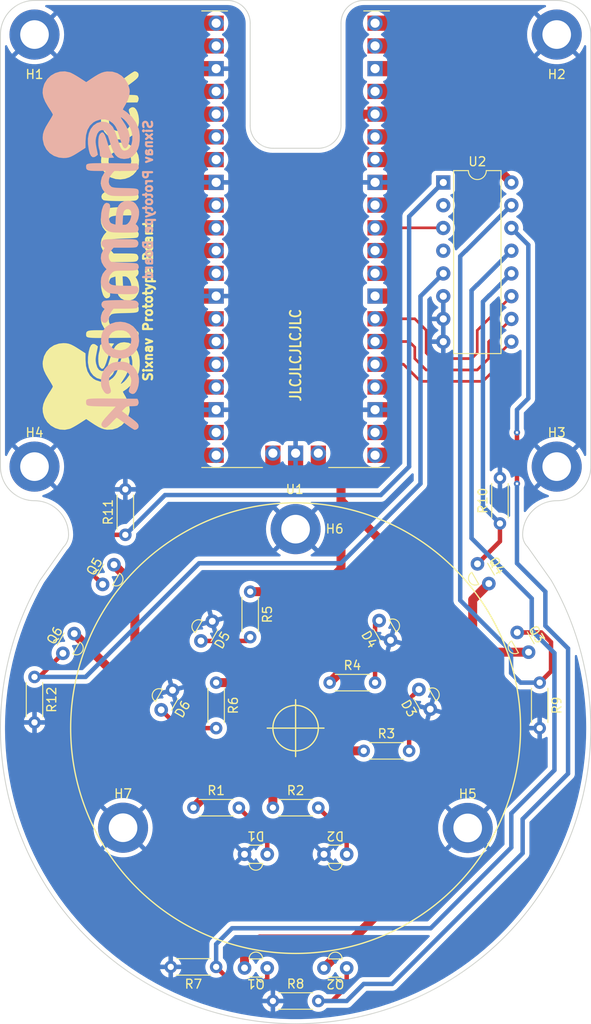
<source format=kicad_pcb>
(kicad_pcb (version 20211014) (generator pcbnew)
  (layers (0 "F.Cu" signal) (31 "B.Cu" power) (34 "B.Paste" user) (35 "F.Paste" user) (36 "B.SilkS" user "B.Silkscreen") (37 "F.SilkS" user "F.Silkscreen") (38 "B.Mask" user) (39 "F.Mask" user) (44 "Edge.Cuts" user))
  (net 0 "")
  (net 1 "GND")
  (net 2 "/D1_A")
  (net 3 "/D2_A")
  (net 4 "/D3_A")
  (net 5 "/D4_A")
  (net 6 "/D5_A")
  (net 7 "/D6_A")
  (net 8 "/MUX_X0_Q1")
  (net 9 "+3.3V")
  (net 10 "/MUX_X1_Q2")
  (net 11 "/MUX_X2_Q3")
  (net 12 "/MUX_X3_Q4")
  (net 13 "/MUX_X4_Q5")
  (net 14 "/MUX_X5_Q6")
  (net 34 "/MUX_C")
  (net 35 "/MUX_B")
  (net 36 "/MUX_A")
  (net 40 "/ADC_IN")
  (footprint "LibSixnavPrototype:IR908-7C-F" (layer "F.Cu") (at 149.046877 114.983035 -60)
    (fp_text reference "D4" (at 1.27 2.032 -60 unlocked) (layer "F.SilkS"))
    (fp_text value "IR908-7C-F")
    (pad "1" thru_hole circle (at 0 0 300) (size 1.524 1.524) (drill 0.762) (layers *.Cu *.Mask) (net 5 "/D4_A"))
    (pad "2" thru_hole circle (at 2.54 0 300) (size 1.524 1.524) (drill 0.762) (layers *.Cu *.Mask) (net 1 "GND"))
  )
  (footprint "LibSixnavPrototype:Raspberry Pi Pico" (layer "F.Cu") (at 139.7 73.66)
    (fp_text reference "U1" (at -0.1 26.67 unlocked) (layer "F.SilkS"))
    (fp_text value "Pico")
    (pad "1" smd rect (at -8.89 -25.4) (size 3.5 1.7) (drill (offset -0.9 0)) (layers "F.Cu" "F.Mask"))
    (pad "1" thru_hole oval (at -8.89 -25.4) (size 1.7 1.7) (drill 1.02) (layers *.Cu *.Mask))
    (pad "2" thru_hole oval (at -8.89 -22.86) (size 1.7 1.7) (drill 1.02) (layers *.Cu *.Mask))
    (pad "2" smd rect (at -8.89 -22.86) (size 3.5 1.7) (drill (offset -0.9 0)) (layers "F.Cu" "F.Mask"))
    (pad "3" smd rect (at -8.89 -20.32) (size 3.5 1.7) (drill (offset -0.9 0)) (layers "F.Cu" "F.Mask") (net 1 "GND"))
    (pad "3" thru_hole rect (at -8.89 -20.32) (size 1.7 1.7) (drill 1.02) (layers *.Cu *.Mask) (net 1 "GND"))
    (pad "4" smd rect (at -8.89 -17.78) (size 3.5 1.7) (drill (offset -0.9 0)) (layers "F.Cu" "F.Mask"))
    (pad "4" thru_hole oval (at -8.89 -17.78) (size 1.7 1.7) (drill 1.02) (layers *.Cu *.Mask))
    (pad "5" thru_hole oval (at -8.89 -15.24) (size 1.7 1.7) (drill 1.02) (layers *.Cu *.Mask))
    (pad "5" smd rect (at -8.89 -15.24) (size 3.5 1.7) (drill (offset -0.9 0)) (layers "F.Cu" "F.Mask"))
    (pad "6" smd rect (at -8.89 -12.7) (size 3.5 1.7) (drill (offset -0.9 0)) (layers "F.Cu" "F.Mask"))
    (pad "6" thru_hole oval (at -8.89 -12.7) (size 1.7 1.7) (drill 1.02) (layers *.Cu *.Mask))
    (pad "7" smd rect (at -8.89 -10.16) (size 3.5 1.7) (drill (offset -0.9 0)) (layers "F.Cu" "F.Mask"))
    (pad "7" thru_hole oval (at -8.89 -10.16) (size 1.7 1.7) (drill 1.02) (layers *.Cu *.Mask))
    (pad "8" thru_hole rect (at -8.89 -7.62) (size 1.7 1.7) (drill 1.02) (layers *.Cu *.Mask) (net 1 "GND"))
    (pad "8" smd rect (at -8.89 -7.62) (size 3.5 1.7) (drill (offset -0.9 0)) (layers "F.Cu" "F.Mask") (net 1 "GND"))
    (pad "9" smd rect (at -8.89 -5.08) (size 3.5 1.7) (drill (offset -0.9 0)) (layers "F.Cu" "F.Mask"))
    (pad "9" thru_hole oval (at -8.89 -5.08) (size 1.7 1.7) (drill 1.02) (layers *.Cu *.Mask))
    (pad "10" smd rect (at -8.89 -2.54) (size 3.5 1.7) (drill (offset -0.9 0)) (layers "F.Cu" "F.Mask"))
    (pad "10" thru_hole oval (at -8.89 -2.54) (size 1.7 1.7) (drill 1.02) (layers *.Cu *.Mask))
    (pad "11" thru_hole oval (at -8.89 0) (size 1.7 1.7) (drill 1.02) (layers *.Cu *.Mask))
    (pad "11" smd rect (at -8.89 0) (size 3.5 1.7) (drill (offset -0.9 0)) (layers "F.Cu" "F.Mask"))
    (pad "12" thru_hole oval (at -8.89 2.54) (size 1.7 1.7) (drill 1.02) (layers *.Cu *.Mask))
    (pad "12" smd rect (at -8.89 2.54) (size 3.5 1.7) (drill (offset -0.9 0)) (layers "F.Cu" "F.Mask"))
    (pad "13" thru_hole rect (at -8.89 5.08) (size 1.7 1.7) (drill 1.02) (layers *.Cu *.Mask) (net 1 "GND"))
    (pad "13" smd rect (at -8.89 5.08) (size 3.5 1.7) (drill (offset -0.9 0)) (layers "F.Cu" "F.Mask") (net 1 "GND"))
    (pad "14" smd rect (at -8.89 7.62) (size 3.5 1.7) (drill (offset -0.9 0)) (layers "F.Cu" "F.Mask"))
    (pad "14" thru_hole oval (at -8.89 7.62) (size 1.7 1.7) (drill 1.02) (layers *.Cu *.Mask))
    (pad "15" smd rect (at -8.89 10.16) (size 3.5 1.7) (drill (offset -0.9 0)) (layers "F.Cu" "F.Mask"))
    (pad "15" thru_hole oval (at -8.89 10.16) (size 1.7 1.7) (drill 1.02) (layers *.Cu *.Mask))
    (pad "16" smd rect (at -8.89 12.7) (size 3.5 1.7) (drill (offset -0.9 0)) (layers "F.Cu" "F.Mask"))
    (pad "16" thru_hole oval (at -8.89 12.7) (size 1.7 1.7) (drill 1.02) (layers *.Cu *.Mask))
    (pad "17" thru_hole oval (at -8.89 15.24) (size 1.7 1.7) (drill 1.02) (layers *.Cu *.Mask))
    (pad "17" smd rect (at -8.89 15.24) (size 3.5 1.7) (drill (offset -0.9 0)) (layers "F.Cu" "F.Mask"))
    (pad "18" thru_hole rect (at -8.89 17.78) (size 1.7 1.7) (drill 1.02) (layers *.Cu *.Mask) (net 1 "GND"))
    (pad "18" smd rect (at -8.89 17.78) (size 3.5 1.7) (drill (offset -0.9 0)) (layers "F.Cu" "F.Mask") (net 1 "GND"))
    (pad "19" thru_hole oval (at -8.89 20.32) (size 1.7 1.7) (drill 1.02) (layers *.Cu *.Mask))
    (pad "19" smd rect (at -8.89 20.32) (size 3.5 1.7) (drill (offset -0.9 0)) (layers "F.Cu" "F.Mask"))
    (pad "20" smd rect (at -8.89 22.86) (size 3.5 1.7) (drill (offset -0.9 0)) (layers "F.Cu" "F.Mask"))
    (pad "20" thru_hole oval (at -8.89 22.86) (size 1.7 1.7) (drill 1.02) (layers *.Cu *.Mask))
    (pad "21" thru_hole oval (at 8.89 22.86) (size 1.7 1.7) (drill 1.02) (layers *.Cu *.Mask))
    (pad "21" smd rect (at 8.89 22.86) (size 3.5 1.7) (drill (offset 0.9 0)) (layers "F.Cu" "F.Mask"))
    (pad "22" thru_hole oval (at 8.89 20.32) (size 1.7 1.7) (drill 1.02) (layers *.Cu *.Mask))
    (pad "22" smd rect (at 8.89 20.32) (size 3.5 1.7) (drill (offset 0.9 0)) (layers "F.Cu" "F.Mask"))
    (pad "23" smd rect (at 8.89 17.78) (size 3.5 1.7) (drill (offset 0.9 0)) (layers "F.Cu" "F.Mask") (net 1 "GND"))
    (pad "23" thru_hole rect (at 8.89 17.78) (size 1.7 1.7) (drill 1.02) (layers *.Cu *.Mask) (net 1 "GND"))
    (pad "24" thru_hole oval (at 8.89 15.24) (size 1.7 1.7) (drill 1.02) (layers *.Cu *.Mask))
    (pad "24" smd rect (at 8.89 15.24) (size 3.5 1.7) (drill (offset 0.9 0)) (layers "F.Cu" "F.Mask"))
    (pad "25" smd rect (at 8.89 12.7) (size 3.5 1.7) (drill (offset 0.9 0)) (layers "F.Cu" "F.Mask") (net 34 "/MUX_C"))
    (pad "25" thru_hole oval (at 8.89 12.7) (size 1.7 1.7) (drill 1.02) (layers *.Cu *.Mask) (net 34 "/MUX_C"))
    (pad "26" thru_hole oval (at 8.89 10.16) (size 1.7 1.7) (drill 1.02) (layers *.Cu *.Mask) (net 35 "/MUX_B"))
    (pad "26" smd rect (at 8.89 10.16) (size 3.5 1.7) (drill (offset 0.9 0)) (layers "F.Cu" "F.Mask") (net 35 "/MUX_B"))
    (pad "27" smd rect (at 8.89 7.62) (size 3.5 1.7) (drill (offset 0.9 0)) (layers "F.Cu" "F.Mask") (net 36 "/MUX_A"))
    (pad "27" thru_hole oval (at 8.89 7.62) (size 1.7 1.7) (drill 1.02) (layers *.Cu *.Mask) (net 36 "/MUX_A"))
    (pad "28" thru_hole rect (at 8.89 5.08) (size 1.7 1.7) (drill 1.02) (layers *.Cu *.Mask))
    (pad "28" smd rect (at 8.89 5.08) (size 3.5 1.7) (drill (offset 0.9 0)) (layers "F.Cu" "F.Mask"))
    (pad "29" smd rect (at 8.89 2.54) (size 3.5 1.7) (drill (offset 0.9 0)) (layers "F.Cu" "F.Mask"))
    (pad "29" thru_hole oval (at 8.89 2.54) (size 1.7 1.7) (drill 1.02) (layers *.Cu *.Mask))
    (pad "30" smd rect (at 8.89 0) (size 3.5 1.7) (drill (offset 0.9 0)) (layers "F.Cu" "F.Mask"))
    (pad "30" thru_hole oval (at 8.89 0) (size 1.7 1.7) (drill 1.02) (layers *.Cu *.Mask))
    (pad "31" thru_hole oval (at 8.89 -2.54) (size 1.7 1.7) (drill 1.02) (layers *.Cu *.Mask) (net 40 "/ADC_IN"))
    (pad "31" smd rect (at 8.89 -2.54) (size 3.5 1.7) (drill (offset 0.9 0)) (layers "F.Cu" "F.Mask") (net 40 "/ADC_IN"))
    (pad "32" smd rect (at 8.89 -5.08) (size 3.5 1.7) (drill (offset 0.9 0)) (layers "F.Cu" "F.Mask"))
    (pad "32" thru_hole oval (at 8.89 -5.08) (size 1.7 1.7) (drill 1.02) (layers *.Cu *.Mask))
    (pad "33" smd rect (at 8.89 -7.62) (size 3.5 1.7) (drill (offset 0.9 0)) (layers "F.Cu" "F.Mask") (net 1 "GND"))
    (pad "33" thru_hole rect (at 8.89 -7.62) (size 1.7 1.7) (drill 1.02) (layers *.Cu *.Mask) (net 1 "GND"))
    (pad "34" thru_hole oval (at 8.89 -10.16) (size 1.7 1.7) (drill 1.02) (layers *.Cu *.Mask))
    (pad "34" smd rect (at 8.89 -10.16) (size 3.5 1.7) (drill (offset 0.9 0)) (layers "F.Cu" "F.Mask"))
    (pad "35" thru_hole oval (at 8.89 -12.7) (size 1.7 1.7) (drill 1.02) (layers *.Cu *.Mask))
    (pad "35" smd rect (at 8.89 -12.7) (size 3.5 1.7) (drill (offset 0.9 0)) (layers "F.Cu" "F.Mask"))
    (pad "36" thru_hole oval (at 8.89 -15.24) (size 1.7 1.7) (drill 1.02) (layers *.Cu *.Mask) (net 9 "+3.3V"))
    (pad "36" smd rect (at 8.89 -15.24) (size 3.5 1.7) (drill (offset 0.9 0)) (layers "F.Cu" "F.Mask") (net 9 "+3.3V"))
    (pad "37" thru_hole oval (at 8.89 -17.78) (size 1.7 1.7) (drill 1.02) (layers *.Cu *.Mask))
    (pad "37" smd rect (at 8.89 -17.78) (size 3.5 1.7) (drill (offset 0.9 0)) (layers "F.Cu" "F.Mask"))
    (pad "38" thru_hole rect (at 8.89 -20.32) (size 1.7 1.7) (drill 1.02) (layers *.Cu *.Mask))
    (pad "38" smd rect (at 8.89 -20.32) (size 3.5 1.7) (drill (offset 0.9 0)) (layers "F.Cu" "F.Mask"))
    (pad "39" smd rect (at 8.89 -22.86) (size 3.5 1.7) (drill (offset 0.9 0)) (layers "F.Cu" "F.Mask"))
    (pad "39" thru_hole oval (at 8.89 -22.86) (size 1.7 1.7) (drill 1.02) (layers *.Cu *.Mask))
    (pad "40" smd rect (at 8.89 -25.4) (size 3.5 1.7) (drill (offset 0.9 0)) (layers "F.Cu" "F.Mask"))
    (pad "40" thru_hole oval (at 8.89 -25.4) (size 1.7 1.7) (drill 1.02) (layers *.Cu *.Mask))
    (pad "41" thru_hole oval (at -2.54 22.63) (size 1.7 1.7) (drill 1.02) (layers *.Cu *.Mask))
    (pad "41" smd rect (at -2.54 22.63 90) (size 3.5 1.7) (drill (offset -0.9 0)) (layers "F.Cu" "F.Mask"))
    (pad "42" thru_hole rect (at 0 22.63) (size 1.7 1.7) (drill 1.02) (layers *.Cu *.Mask) (net 1 "GND"))
    (pad "42" smd rect (at 0 22.63 90) (size 3.5 1.7) (drill (offset -0.9 0)) (layers "F.Cu" "F.Mask") (net 1 "GND"))
    (pad "43" smd rect (at 2.54 22.63 90) (size 3.5 1.7) (drill (offset -0.9 0)) (layers "F.Cu" "F.Mask"))
    (pad "43" thru_hole oval (at 2.54 22.63) (size 1.7 1.7) (drill 1.02) (layers *.Cu *.Mask))
  )
  (footprint "MountingHole:MountingHole_3.2mm_M3_DIN965_Pad" (layer "F.Cu") (at 168.91 97.79)
    (fp_text reference "H3" (at 0 -3.8) (layer "F.SilkS"))
    (fp_text value "M3")
    (pad "1" thru_hole circle (at 0 0) (size 5.6 5.6) (drill 3.2) (layers *.Cu *.Mask) (net 1 "GND"))
  )
  (footprint "MountingHole:MountingHole_3.2mm_M3_DIN965_Pad" (layer "F.Cu") (at 110.49 49.53)
    (fp_text reference "H1" (at 0 4.445) (layer "F.SilkS"))
    (fp_text value "M3")
    (pad "1" thru_hole circle (at 0 0) (size 5.6 5.6) (drill 3.2) (layers *.Cu *.Mask) (net 1 "GND"))
  )
  (footprint "MountingHole:MountingHole_3.2mm_M3_DIN965_Pad" (layer "F.Cu") (at 139.7 104.775)
    (fp_text reference "H6" (at 4.3688 -0.0254) (layer "F.SilkS"))
    (fp_text value "M3")
    (pad "1" thru_hole circle (at 0 0) (size 5.6 5.6) (drill 3.2) (layers *.Cu *.Mask) (net 1 "GND"))
  )
  (footprint "LibSixnavPrototype:IR908-7C-F" (layer "F.Cu") (at 124.663523 124.96067 60)
    (fp_text reference "D6" (at 1.27 2.032 60 unlocked) (layer "F.SilkS"))
    (fp_text value "IR908-7C-F")
    (pad "1" thru_hole circle (at 0 0 60) (size 1.524 1.524) (drill 0.762) (layers *.Cu *.Mask) (net 7 "/D6_A"))
    (pad "2" thru_hole circle (at 2.54 0 60) (size 1.524 1.524) (drill 0.762) (layers *.Cu *.Mask) (net 1 "GND"))
  )
  (footprint "LibSixnavPrototype:PT908-7C-F" (layer "F.Cu") (at 118.11 110.9472 60)
    (fp_text reference "Q5" (at 1.27 -1.778 60 unlocked) (layer "F.SilkS"))
    (fp_text value "PT908-7C-F")
    (pad "1" thru_hole circle (at 0 0 60) (size 1.524 1.524) (drill 0.762) (layers *.Cu *.Mask) (net 13 "/MUX_X4_Q5"))
    (pad "2" thru_hole circle (at 2.54 0 60) (size 1.524 1.524) (drill 0.762) (layers *.Cu *.Mask) (net 9 "+3.3V"))
  )
  (footprint "MountingHole:MountingHole_3.2mm_M3_DIN965_Pad" (layer "F.Cu") (at 168.91 49.53)
    (fp_text reference "H2" (at 0 4.445) (layer "F.SilkS"))
    (fp_text value "M3")
    (pad "1" thru_hole circle (at 0 0) (size 5.6 5.6) (drill 3.2) (layers *.Cu *.Mask) (net 1 "GND"))
  )
  (footprint "Resistor_THT:R_Axial_DIN0204_L3.6mm_D1.6mm_P5.08mm_Horizontal" (layer "F.Cu") (at 134.62 111.76 -90)
    (fp_text reference "R5" (at 2.54 -1.92 90) (layer "F.SilkS"))
    (fp_text value "100")
    (pad "1" thru_hole circle (at 0 0 270) (size 1.4 1.4) (drill 0.7) (layers *.Cu *.Mask) (net 9 "+3.3V"))
    (pad "2" thru_hole oval (at 5.08 0 270) (size 1.4 1.4) (drill 0.7) (layers *.Cu *.Mask) (net 6 "/D5_A"))
  )
  (footprint "LibSixnavPrototype:IR908-7C-F" (layer "F.Cu") (at 153.491877 122.682001 -60)
    (fp_text reference "D3" (at 1.27 2.032 -60 unlocked) (layer "F.SilkS"))
    (fp_text value "IR908-7C-F")
    (pad "1" thru_hole circle (at 0 0 300) (size 1.524 1.524) (drill 0.762) (layers *.Cu *.Mask) (net 4 "/D3_A"))
    (pad "2" thru_hole circle (at 2.54 0 300) (size 1.524 1.524) (drill 0.762) (layers *.Cu *.Mask) (net 1 "GND"))
  )
  (footprint "LibSixnavPrototype:PT908-7C-F" (layer "F.Cu") (at 164.4904 116.316695 -60)
    (fp_text reference "Q3" (at 1.27 -1.778 -60 unlocked) (layer "F.SilkS"))
    (fp_text value "PT908-7C-F")
    (pad "1" thru_hole circle (at 0 0 300) (size 1.524 1.524) (drill 0.762) (layers *.Cu *.Mask) (net 11 "/MUX_X2_Q3"))
    (pad "2" thru_hole circle (at 2.54 0 300) (size 1.524 1.524) (drill 0.762) (layers *.Cu *.Mask) (net 9 "+3.3V"))
  )
  (footprint "Resistor_THT:R_Axial_DIN0204_L3.6mm_D1.6mm_P5.08mm_Horizontal" (layer "F.Cu") (at 130.81 121.92 -90)
    (fp_text reference "R6" (at 2.54 -1.92 90) (layer "F.SilkS"))
    (fp_text value "100")
    (pad "1" thru_hole circle (at 0 0 270) (size 1.4 1.4) (drill 0.7) (layers *.Cu *.Mask) (net 9 "+3.3V"))
    (pad "2" thru_hole oval (at 5.08 0 270) (size 1.4 1.4) (drill 0.7) (layers *.Cu *.Mask) (net 7 "/D6_A"))
  )
  (footprint "Resistor_THT:R_Axial_DIN0204_L3.6mm_D1.6mm_P5.08mm_Horizontal" (layer "F.Cu") (at 143.51 121.92)
    (fp_text reference "R4" (at 2.54 -1.92) (layer "F.SilkS"))
    (fp_text value "100")
    (pad "1" thru_hole circle (at 0 0) (size 1.4 1.4) (drill 0.7) (layers *.Cu *.Mask) (net 9 "+3.3V"))
    (pad "2" thru_hole oval (at 5.08 0) (size 1.4 1.4) (drill 0.7) (layers *.Cu *.Mask) (net 5 "/D4_A"))
  )
  (footprint "Resistor_THT:R_Axial_DIN0204_L3.6mm_D1.6mm_P5.08mm_Horizontal" (layer "F.Cu") (at 137.16 135.89)
    (fp_text reference "R2" (at 2.54 -1.92) (layer "F.SilkS"))
    (fp_text value "100")
    (pad "1" thru_hole circle (at 0 0) (size 1.4 1.4) (drill 0.7) (layers *.Cu *.Mask) (net 9 "+3.3V"))
    (pad "2" thru_hole oval (at 5.08 0) (size 1.4 1.4) (drill 0.7) (layers *.Cu *.Mask) (net 3 "/D2_A"))
  )
  (footprint "LibSixnavPrototype:PT908-7C-F" (layer "F.Cu") (at 136.525 153.7902 180)
    (fp_text reference "Q1" (at 1.27 -1.778 180 unlocked) (layer "F.SilkS"))
    (fp_text value "PT908-7C-F")
    (pad "1" thru_hole circle (at 0 0 180) (size 1.524 1.524) (drill 0.762) (layers *.Cu *.Mask) (net 8 "/MUX_X0_Q1"))
    (pad "2" thru_hole circle (at 2.54 0 180) (size 1.524 1.524) (drill 0.762) (layers *.Cu *.Mask) (net 9 "+3.3V"))
  )
  (footprint "Resistor_THT:R_Axial_DIN0204_L3.6mm_D1.6mm_P5.08mm_Horizontal" (layer "F.Cu") (at 147.32 129.54)
    (fp_text reference "R3" (at 2.54 -1.92) (layer "F.SilkS"))
    (fp_text value "100")
    (pad "1" thru_hole circle (at 0 0) (size 1.4 1.4) (drill 0.7) (layers *.Cu *.Mask) (net 9 "+3.3V"))
    (pad "2" thru_hole oval (at 5.08 0) (size 1.4 1.4) (drill 0.7) (layers *.Cu *.Mask) (net 4 "/D3_A"))
  )
  (footprint "Resistor_THT:R_Axial_DIN0204_L3.6mm_D1.6mm_P5.08mm_Horizontal" (layer "F.Cu") (at 142.24 157.48 180)
    (fp_text reference "R8" (at 2.54 1.905) (layer "F.SilkS"))
    (fp_text value "2k")
    (pad "1" thru_hole circle (at 0 0 180) (size 1.4 1.4) (drill 0.7) (layers *.Cu *.Mask) (net 10 "/MUX_X1_Q2"))
    (pad "2" thru_hole oval (at 5.08 0 180) (size 1.4 1.4) (drill 0.7) (layers *.Cu *.Mask) (net 1 "GND"))
  )
  (footprint "Package_DIP:DIP-16_W7.62mm" (layer "F.Cu") (at 156.22 66.055)
    (fp_text reference "U2" (at 3.81 -2.33) (layer "F.SilkS"))
    (fp_text value "CD4051B")
    (pad "1" thru_hole rect (at 0 0) (size 1.6 1.6) (drill 0.8) (layers *.Cu *.Mask) (net 13 "/MUX_X4_Q5"))
    (pad "2" thru_hole oval (at 0 2.54) (size 1.6 1.6) (drill 0.8) (layers *.Cu *.Mask))
    (pad "3" thru_hole oval (at 0 5.08) (size 1.6 1.6) (drill 0.8) (layers *.Cu *.Mask) (net 40 "/ADC_IN"))
    (pad "4" thru_hole oval (at 0 7.62) (size 1.6 1.6) (drill 0.8) (layers *.Cu *.Mask))
    (pad "5" thru_hole oval (at 0 10.16) (size 1.6 1.6) (drill 0.8) (layers *.Cu *.Mask) (net 14 "/MUX_X5_Q6"))
    (pad "6" thru_hole oval (at 0 12.7) (size 1.6 1.6) (drill 0.8) (layers *.Cu *.Mask) (net 1 "GND"))
    (pad "7" thru_hole oval (at 0 15.24) (size 1.6 1.6) (drill 0.8) (layers *.Cu *.Mask) (net 1 "GND"))
    (pad "8" thru_hole oval (at 0 17.78) (size 1.6 1.6) (drill 0.8) (layers *.Cu *.Mask) (net 1 "GND"))
    (pad "9" thru_hole oval (at 7.62 17.78) (size 1.6 1.6) (drill 0.8) (layers *.Cu *.Mask) (net 34 "/MUX_C"))
    (pad "10" thru_hole oval (at 7.62 15.24) (size 1.6 1.6) (drill 0.8) (layers *.Cu *.Mask) (net 35 "/MUX_B"))
    (pad "11" thru_hole oval (at 7.62 12.7) (size 1.6 1.6) (drill 0.8) (layers *.Cu *.Mask) (net 36 "/MUX_A"))
    (pad "12" thru_hole oval (at 7.62 10.16) (size 1.6 1.6) (drill 0.8) (layers *.Cu *.Mask) (net 12 "/MUX_X3_Q4"))
    (pad "13" thru_hole oval (at 7.62 7.62) (size 1.6 1.6) (drill 0.8) (layers *.Cu *.Mask) (net 8 "/MUX_X0_Q1"))
    (pad "14" thru_hole oval (at 7.62 5.08) (size 1.6 1.6) (drill 0.8) (layers *.Cu *.Mask) (net 10 "/MUX_X1_Q2"))
    (pad "15" thru_hole oval (at 7.62 2.54) (size 1.6 1.6) (drill 0.8) (layers *.Cu *.Mask) (net 11 "/MUX_X2_Q3"))
    (pad "16" thru_hole oval (at 7.62 0) (size 1.6 1.6) (drill 0.8) (layers *.Cu *.Mask) (net 9 "+3.3V"))
  )
  (footprint "Resistor_THT:R_Axial_DIN0204_L3.6mm_D1.6mm_P5.08mm_Horizontal" (layer "F.Cu") (at 162.56 104.14 90)
    (fp_text reference "R10" (at 2.54 -1.92 90) (layer "F.SilkS"))
    (fp_text value "2k")
    (pad "1" thru_hole circle (at 0 0 90) (size 1.4 1.4) (drill 0.7) (layers *.Cu *.Mask) (net 12 "/MUX_X3_Q4"))
    (pad "2" thru_hole oval (at 5.08 0 90) (size 1.4 1.4) (drill 0.7) (layers *.Cu *.Mask) (net 1 "GND"))
  )
  (footprint "LibSixnavPrototype:IR908-7C-F" (layer "F.Cu") (at 136.525 141.0902 180)
    (fp_text reference "D1" (at 1.27 2.032 180 unlocked) (layer "F.SilkS"))
    (fp_text value "IR908-7C-F")
    (pad "1" thru_hole circle (at 0 0 180) (size 1.524 1.524) (drill 0.762) (layers *.Cu *.Mask) (net 2 "/D1_A"))
    (pad "2" thru_hole circle (at 2.54 0 180) (size 1.524 1.524) (drill 0.762) (layers *.Cu *.Mask) (net 1 "GND"))
  )
  (footprint "MountingHole:MountingHole_3.2mm_M3_DIN965_Pad" (layer "F.Cu") (at 158.9532 138.1506)
    (fp_text reference "H5" (at 0 -3.8) (layer "F.SilkS"))
    (fp_text value "M3")
    (pad "1" thru_hole circle (at 0 0) (size 5.6 5.6) (drill 3.2) (layers *.Cu *.Mask) (net 1 "GND"))
  )
  (footprint "Resistor_THT:R_Axial_DIN0204_L3.6mm_D1.6mm_P5.08mm_Horizontal" (layer "F.Cu") (at 167.005 121.92 -90)
    (fp_text reference "R9" (at 2.54 -1.92 90) (layer "F.SilkS"))
    (fp_text value "2k")
    (pad "1" thru_hole circle (at 0 0 270) (size 1.4 1.4) (drill 0.7) (layers *.Cu *.Mask) (net 11 "/MUX_X2_Q3"))
    (pad "2" thru_hole oval (at 5.08 0 270) (size 1.4 1.4) (drill 0.7) (layers *.Cu *.Mask) (net 1 "GND"))
  )
  (footprint "LibSixnavPrototype:PT908-7C-F" (layer "F.Cu") (at 113.665 118.6434 60)
    (fp_text reference "Q6" (at 1.27 -1.778 60 unlocked) (layer "F.SilkS"))
    (fp_text value "PT908-7C-F")
    (pad "1" thru_hole circle (at 0 0 60) (size 1.524 1.524) (drill 0.762) (layers *.Cu *.Mask) (net 14 "/MUX_X5_Q6"))
    (pad "2" thru_hole circle (at 2.54 0 60) (size 1.524 1.524) (drill 0.762) (layers *.Cu *.Mask) (net 9 "+3.3V"))
  )
  (footprint "MountingHole:MountingHole_3.2mm_M3_DIN965_Pad" (layer "F.Cu") (at 120.396 138.1252)
    (fp_text reference "H7" (at 0 -3.8) (layer "F.SilkS"))
    (fp_text value "M3")
    (pad "1" thru_hole circle (at 0 0) (size 5.6 5.6) (drill 3.2) (layers *.Cu *.Mask) (net 1 "GND"))
  )
  (footprint "MountingHole:MountingHole_3.2mm_M3_DIN965_Pad" (layer "F.Cu") (at 110.49 97.79)
    (fp_text reference "H4" (at 0 -3.8) (layer "F.SilkS"))
    (fp_text value "M3")
    (pad "1" thru_hole circle (at 0 0) (size 5.6 5.6) (drill 3.2) (layers *.Cu *.Mask) (net 1 "GND"))
  )
  (footprint "LibSixnavPrototype:IR908-7C-F" (layer "F.Cu") (at 145.415 141.0902 180)
    (fp_text reference "D2" (at 1.27 2.032 180 unlocked) (layer "F.SilkS"))
    (fp_text value "IR908-7C-F")
    (pad "1" thru_hole circle (at 0 0 180) (size 1.524 1.524) (drill 0.762) (layers *.Cu *.Mask) (net 3 "/D2_A"))
    (pad "2" thru_hole circle (at 2.54 0 180) (size 1.524 1.524) (drill 0.762) (layers *.Cu *.Mask) (net 1 "GND"))
  )
  (footprint "LibSixnavPrototype:PT908-7C-F" (layer "F.Cu") (at 160.045442 108.653548 -60)
    (fp_text reference "Q4" (at 1.27 -1.778 -60 unlocked) (layer "F.SilkS"))
    (fp_text value "PT908-7C-F")
    (pad "1" thru_hole circle (at 0 0 300) (size 1.524 1.524) (drill 0.762) (layers *.Cu *.Mask) (net 12 "/MUX_X3_Q4"))
    (pad "2" thru_hole circle (at 2.54 0 300) (size 1.524 1.524) (drill 0.762) (layers *.Cu *.Mask) (net 9 "+3.3V"))
  )
  (footprint "LibSixnavPrototype:IR908-7C-F" (layer "F.Cu") (at 129.108523 117.261704 60)
    (fp_text reference "D5" (at 1.27 2.032 60 unlocked) (layer "F.SilkS"))
    (fp_text value "IR908-7C-F")
    (pad "1" thru_hole circle (at 0 0 60) (size 1.524 1.524) (drill 0.762) (layers *.Cu *.Mask) (net 6 "/D5_A"))
    (pad "2" thru_hole circle (at 2.54 0 60) (size 1.524 1.524) (drill 0.762) (layers *.Cu *.Mask) (net 1 "GND"))
  )
  (footprint "Resistor_THT:R_Axial_DIN0204_L3.6mm_D1.6mm_P5.08mm_Horizontal" (layer "F.Cu") (at 120.65 105.41 90)
    (fp_text reference "R11" (at 2.54 -1.92 90) (layer "F.SilkS"))
    (fp_text value "2k")
    (pad "1" thru_hole circle (at 0 0 90) (size 1.4 1.4) (drill 0.7) (layers *.Cu *.Mask) (net 13 "/MUX_X4_Q5"))
    (pad "2" thru_hole oval (at 5.08 0 90) (size 1.4 1.4) (drill 0.7) (layers *.Cu *.Mask) (net 1 "GND"))
  )
  (footprint "LibSixnavPrototype:PT908-7C-F" (layer "F.Cu") (at 145.415 153.797 180)
    (fp_text reference "Q2" (at 1.27 -1.778 180 unlocked) (layer "F.SilkS"))
    (fp_text value "PT908-7C-F")
    (pad "1" thru_hole circle (at 0 0 180) (size 1.524 1.524) (drill 0.762) (layers *.Cu *.Mask) (net 10 "/MUX_X1_Q2"))
    (pad "2" thru_hole circle (at 2.54 0 180) (size 1.524 1.524) (drill 0.762) (layers *.Cu *.Mask) (net 9 "+3.3V"))
  )
  (footprint "Resistor_THT:R_Axial_DIN0204_L3.6mm_D1.6mm_P5.08mm_Horizontal" (layer "F.Cu") (at 128.27 135.89)
    (fp_text reference "R1" (at 2.54 -1.92) (layer "F.SilkS"))
    (fp_text value "100")
    (pad "1" thru_hole circle (at 0 0) (size 1.4 1.4) (drill 0.7) (layers *.Cu *.Mask) (net 9 "+3.3V"))
    (pad "2" thru_hole oval (at 5.08 0) (size 1.4 1.4) (drill 0.7) (layers *.Cu *.Mask) (net 2 "/D1_A"))
  )
  (footprint "Resistor_THT:R_Axial_DIN0204_L3.6mm_D1.6mm_P5.08mm_Horizontal" (layer "F.Cu") (at 130.81 153.67 180)
    (fp_text reference "R7" (at 2.54 -1.92) (layer "F.SilkS"))
    (fp_text value "2k")
    (pad "1" thru_hole circle (at 0 0 180) (size 1.4 1.4) (drill 0.7) (layers *.Cu *.Mask) (net 8 "/MUX_X0_Q1"))
    (pad "2" thru_hole oval (at 5.08 0 180) (size 1.4 1.4) (drill 0.7) (layers *.Cu *.Mask) (net 1 "GND"))
  )
  (footprint "Resistor_THT:R_Axial_DIN0204_L3.6mm_D1.6mm_P5.08mm_Horizontal" (layer "F.Cu") (at 110.49 121.285 -90)
    (fp_text reference "R12" (at 2.54 -1.92 90) (layer "F.SilkS"))
    (fp_text value "2k")
    (pad "1" thru_hole circle (at 0 0 270) (size 1.4 1.4) (drill 0.7) (layers *.Cu *.Mask) (net 14 "/MUX_X5_Q6"))
    (pad "2" thru_hole oval (at 5.08 0 270) (size 1.4 1.4) (drill 0.7) (layers *.Cu *.Mask) (net 1 "GND"))
  )
  (footprint "LOGO" (layer "F.Cu") (at 116.84 73.66 90)
    (fp_text reference "G***" hide)
    (fp_text value "LOGO" hide)
  )
  (footprint "LOGO" (layer "B.Cu") (at 116.84 73.66 -90)
    (fp_text reference "G***" hide)
    (fp_text value "LOGO" hide)
  )
  (gr_circle (center 139.7 127) (end 164.846 125.984) (layer "F.SilkS") (width 0.15) (fill none))
  (gr_line (start 136.525 127) (end 142.875 127) (layer "F.SilkS") (width 0.15))
  (gr_circle (center 139.7 127) (end 142.24 127) (layer "F.SilkS") (width 0.15) (fill none))
  (gr_line (start 139.7 123.825) (end 139.7 130.175) (layer "F.SilkS") (width 0.15))
  (gr_arc (start 165.1 105.41) (mid 166.215923 102.715923) (end 168.91 101.6) (layer "Edge.Cuts") (width 0.1))
  (gr_line (start 142.24 62.23) (end 137.16 62.23) (layer "Edge.Cuts") (width 0.1))
  (gr_line (start 113.742038 106.757038) (end 111.109135 110.480834) (layer "Edge.Cuts") (width 0.1))
  (gr_line (start 106.68 49.53) (end 106.68 97.79) (layer "Edge.Cuts") (width 0.1))
  (gr_arc (start 144.78 48.26) (mid 145.523949 46.463949) (end 147.32 45.72) (layer "Edge.Cuts") (width 0.1))
  (gr_arc (start 137.16 62.23) (mid 135.363949 61.486051) (end 134.62 59.69) (layer "Edge.Cuts") (width 0.1))
  (gr_arc (start 172.72 127) (mid 139.7 160.02) (end 106.68 127) (layer "Edge.Cuts") (width 0.1))
  (gr_arc (start 110.49 101.6) (mid 113.184077 102.715923) (end 114.3 105.41) (layer "Edge.Cuts") (width 0.1))
  (gr_arc (start 172.72 97.79) (mid 171.604077 100.484077) (end 168.91 101.6) (layer "Edge.Cuts") (width 0.1))
  (gr_arc (start 106.68 127) (mid 107.806499 118.448683) (end 111.109135 110.480834) (layer "Edge.Cuts") (width 0.1))
  (gr_arc (start 168.290865 110.480834) (mid 171.592827 118.448864) (end 172.72 127) (layer "Edge.Cuts") (width 0.1))
  (gr_line (start 134.62 59.69) (end 134.62 48.26) (layer "Edge.Cuts") (width 0.1))
  (gr_line (start 132.08 45.72) (end 110.49 45.72) (layer "Edge.Cuts") (width 0.1))
  (gr_line (start 172.72 97.79) (end 172.72 49.53) (layer "Edge.Cuts") (width 0.1))
  (gr_line (start 165.657962 106.757038) (end 168.290865 110.480834) (layer "Edge.Cuts") (width 0.1))
  (gr_line (start 168.91 45.72) (end 147.32 45.72) (layer "Edge.Cuts") (width 0.1))
  (gr_line (start 144.78 48.26) (end 144.78 59.69) (layer "Edge.Cuts") (width 0.1))
  (gr_arc (start 144.78 59.69) (mid 144.036051 61.486051) (end 142.24 62.23) (layer "Edge.Cuts") (width 0.1))
  (gr_arc (start 106.68 49.53) (mid 107.795923 46.835923) (end 110.49 45.72) (layer "Edge.Cuts") (width 0.1))
  (gr_arc (start 165.657962 106.757038) (mid 165.245009 106.139012) (end 165.1 105.41) (layer "Edge.Cuts") (width 0.1))
  (gr_arc (start 132.08 45.72) (mid 133.876051 46.463949) (end 134.62 48.26) (layer "Edge.Cuts") (width 0.1))
  (gr_arc (start 168.91 45.72) (mid 171.604077 46.835923) (end 172.72 49.53) (layer "Edge.Cuts") (width 0.1))
  (gr_arc (start 114.3 105.41) (mid 114.154991 106.139012) (end 113.742038 106.757038) (layer "Edge.Cuts") (width 0.1))
  (gr_arc (start 110.49 101.6) (mid 107.795923 100.484077) (end 106.68 97.79) (layer "Edge.Cuts") (width 0.1))
  (gr_text "Sixnav Prototype Board ${REVISION}" (at 123.19 58.928 90) (layer "B.SilkS") (effects (font (size 1 1) (thickness 0.25)) (justify left mirror)))
  (gr_text "Sixnav Prototype Board ${REVISION}" (at 123.19 88.392 90) (layer "F.SilkS") (effects (font (size 1 1) (thickness 0.25)) (justify left)))
  (gr_text "JLCJLCJLCJLC" (at 139.7 85.344 90) (layer "F.SilkS") (effects (font (size 1.2 1) (thickness 0.2))))
  (segment (start 136.525 139.065) (end 133.35 135.89) (width 0.5) (layer "F.Cu") (net 2))
  (segment (start 136.525 141.0902) (end 136.525 139.065) (width 0.5) (layer "F.Cu") (net 2))
  (segment (start 145.415 141.0902) (end 145.415 139.065) (width 0.5) (layer "F.Cu") (net 3))
  (segment (start 145.415 139.065) (end 142.24 135.89) (width 0.5) (layer "F.Cu") (net 3))
  (segment (start 152.4 129.54) (end 152.4 123.773878) (width 0.5) (layer "F.Cu") (net 4))
  (segment (start 152.4 123.773878) (end 153.491877 122.682001) (width 0.5) (layer "F.Cu") (net 4))
  (segment (start 148.59 115.439912) (end 149.046877 114.983035) (width 0.5) (layer "F.Cu") (net 5))
  (segment (start 148.59 121.92) (end 148.59 115.439912) (width 0.5) (layer "F.Cu") (net 5))
  (segment (start 129.108523 117.261704) (end 134.198296 117.261704) (width 0.5) (layer "F.Cu") (net 6))
  (segment (start 134.198296 117.261704) (end 134.62 116.84) (width 0.5) (layer "F.Cu") (net 6))
  (segment (start 126.702853 127) (end 124.663523 124.96067) (width 0.5) (layer "F.Cu") (net 7))
  (segment (start 130.81 127) (end 126.702853 127) (width 0.5) (layer "F.Cu") (net 7))
  (segment (start 136.525 154.9908) (end 136.525 153.7902) (width 0.5) (layer "F.Cu") (net 8))
  (segment (start 130.81 153.67) (end 132.8928 155.7528) (width 0.5) (layer "F.Cu") (net 8))
  (segment (start 132.8928 155.7528) (end 135.763 155.7528) (width 0.5) (layer "F.Cu") (net 8))
  (segment (start 135.763 155.7528) (end 136.525 154.9908) (width 0.5) (layer "F.Cu") (net 8))
  (segment (start 163.83 136.525) (end 168.656 131.699) (width 0.5) (layer "B.Cu") (net 8))
  (segment (start 160.02 77.495) (end 163.84 73.675) (width 0.5) (layer "B.Cu") (net 8))
  (segment (start 159.385 78.105) (end 159.995 77.495) (width 0.5) (layer "B.Cu") (net 8))
  (segment (start 168.656 118.618) (end 166.116 116.078) (width 0.5) (layer "B.Cu") (net 8))
  (segment (start 130.81 151.13) (end 132.588 149.352) (width 0.5) (layer "B.Cu") (net 8))
  (segment (start 163.83 140.335) (end 163.83 136.525) (width 0.5) (layer "B.Cu") (net 8))
  (segment (start 132.588 149.352) (end 154.813 149.352) (width 0.5) (layer "B.Cu") (net 8))
  (segment (start 159.995 77.495) (end 160.02 77.495) (width 0.5) (layer "B.Cu") (net 8))
  (segment (start 159.385 105.791) (end 159.385 78.105) (width 0.5) (layer "B.Cu") (net 8))
  (segment (start 154.813 149.352) (end 163.83 140.335) (width 0.5) (layer "B.Cu") (net 8))
  (segment (start 166.116 112.522) (end 159.385 105.791) (width 0.5) (layer "B.Cu") (net 8))
  (segment (start 166.116 116.078) (end 166.116 112.522) (width 0.5) (layer "B.Cu") (net 8))
  (segment (start 168.656 131.699) (end 168.656 118.618) (width 0.5) (layer "B.Cu") (net 8))
  (segment (start 130.81 153.67) (end 130.81 151.13) (width 0.5) (layer "B.Cu") (net 8))
  (segment (start 142.24 111.76) (end 134.62 111.76) (width 1) (layer "F.Cu") (net 9))
  (segment (start 137.795 121.92) (end 133.35 121.92) (width 1) (layer "F.Cu") (net 9))
  (segment (start 149.86 106.68) (end 159.9565 116.7765) (width 1) (layer "F.Cu") (net 9))
  (segment (start 144.78 114.935) (end 144.78 120.65) (width 1) (layer "F.Cu") (net 9))
  (segment (start 137.16 127) (end 137.16 125.73) (width 1) (layer "F.Cu") (net 9))
  (segment (start 144.78 101.6) (end 149.86 106.68) (width 1) (layer "F.Cu") (net 9))
  (segment (start 144.78 120.65) (end 143.51 121.92) (width 1) (layer "F.Cu") (net 9))
  (segment (start 136.8425 125.4125) (end 140.97 129.54) (width 1) (layer "F.Cu") (net 9))
  (segment (start 128.27 135.89) (end 131.1275 133.0325) (width 1) (layer "F.Cu") (net 9))
  (segment (start 133.35 121.92) (end 130.81 121.92) (width 1) (layer "F.Cu") (net 9))
  (segment (start 131.1275 133.0325) (end 132.4229 131.7371) (width 1) (layer "F.Cu") (net 9))
  (segment (start 140.97 129.54) (end 147.32 129.54) (width 1) (layer "F.Cu") (net 9))
  (segment (start 146.304 62.484) (end 144.78 64.008) (width 1) (layer "F.Cu") (net 9))
  (segment (start 149.86 138.43) (end 149.86 146.812) (width 1) (layer "F.Cu") (net 9))
  (segment (start 146.304 59.436) (end 146.304 62.484) (width 1) (layer "F.Cu") (net 9))
  (segment (start 140.97 129.54) (end 149.86 138.43) (width 1) (layer "F.Cu") (net 9))
  (segment (start 127.6477 131.7371) (end 121.7168 125.8062) (width 1) (layer "F.Cu") (net 9))
  (segment (start 146.1262 150.5458) (end 142.875 153.797) (width 1) (layer "F.Cu") (net 9))
  (segment (start 137.16 125.73) (end 137.16 135.89) (width 1) (layer "F.Cu") (net 9))
  (segment (start 132.4229 131.7371) (end 127.6477 131.7371) (width 1) (layer "F.Cu") (net 9))
  (segment (start 135.7122 150.5458) (end 133.985 152.273) (width 1) (layer "F.Cu") (net 9))
  (segment (start 121.7168 123.225495) (end 114.935 116.443695) (width 1) (layer "F.Cu") (net 9))
  (segment (start 149.86 146.812) (end 146.1262 150.5458) (width 1) (layer "F.Cu") (net 9))
  (segment (start 146.1262 150.5458) (end 135.7122 150.5458) (width 1) (layer "F.Cu") (net 9))
  (segment (start 144.78 98.425) (end 144.78 99.568) (width 1) (layer "F.Cu") (net 9))
  (segment (start 133.35 121.92) (end 136.8425 125.4125) (width 1) (layer "F.Cu") (net 9))
  (segment (start 136.8425 125.4125) (end 137.16 125.73) (width 1) (layer "F.Cu") (net 9))
  (segment (start 148.59 58.42) (end 156.205 58.42) (width 1) (layer "F.Cu") (net 9))
  (segment (start 133.985 152.273) (end 133.985 153.7902) (width 1) (layer "F.Cu") (net 9))
  (segment (start 159.512 112.656695) (end 161.315442 110.853253) (width 1) (layer "F.Cu") (net 9))
  (segment (start 144.78 98.425) (end 144.78 109.22) (width 1) (layer "F.Cu") (net 9))
  (segment (start 161.6964 118.5164) (end 165.7604 118.5164) (width 1) (layer "F.Cu") (net 9))
  (segment (start 121.7168 125.8062) (end 121.7168 123.7488) (width 1) (layer "F.Cu") (net 9))
  (segment (start 159.512 116.332) (end 159.512 112.656695) (width 1) (layer "F.Cu") (net 9))
  (segment (start 144.78 99.568) (end 144.78 101.6) (width 1) (layer "F.Cu") (net 9))
  (segment (start 147.32 58.42) (end 146.304 59.436) (width 1) (layer "F.Cu") (net 9))
  (segment (start 121.7168 123.7488) (end 121.7168 111.084295) (width 1) (layer "F.Cu") (net 9))
  (segment (start 121.7168 123.7488) (end 121.7168 123.225495) (width 1) (layer "F.Cu") (net 9))
  (segment (start 132.4229 131.7371) (end 137.16 127) (width 1) (layer "F.Cu") (net 9))
  (segment (start 144.78 109.22) (end 144.78 114.935) (width 1) (layer "F.Cu") (net 9))
  (segment (start 159.9565 116.7765) (end 161.6964 118.5164) (width 1) (layer "F.Cu") (net 9))
  (segment (start 148.59 58.42) (end 147.32 58.42) (width 1) (layer "F.Cu") (net 9))
  (segment (start 144.78 109.22) (end 142.24 111.76) (width 1) (layer "F.Cu") (net 9))
  (segment (start 144.78 64.008) (end 144.78 99.568) (width 1) (layer "F.Cu") (net 9))
  (segment (start 121.7168 111.084295) (end 119.38 108.747495) (width 1) (layer "F.Cu") (net 9))
  (segment (start 156.205 58.42) (end 163.84 66.055) (width 1) (layer "F.Cu") (net 9))
  (segment (start 159.9565 116.7765) (end 159.512 116.332) (width 1) (layer "F.Cu") (net 9))
  (segment (start 144.78 114.935) (end 137.795 121.92) (width 1) (layer "F.Cu") (net 9))
  (segment (start 164.465 99.695) (end 164.465 94.615) (width 0.5) (layer "F.Cu") (net 10))
  (segment (start 143.7894 157.48) (end 145.415 155.8544) (width 0.5) (layer "F.Cu") (net 10))
  (segment (start 142.24 157.48) (end 143.7894 157.48) (width 0.5) (layer "F.Cu") (net 10))
  (segment (start 145.415 155.8544) (end 145.415 153.797) (width 0.5) (layer "F.Cu") (net 10))
  (segment (start 164.465 94.615) (end 164.465 93.98) (width 0.5) (layer "F.Cu") (net 10))
  (via (at 164.465 93.98) (size 0.7) (drill 0.3) (layers "F.Cu" "B.Cu") (net 10))
  (via (at 164.465 99.695) (size 0.7) (drill 0.3) (layers "F.Cu" "B.Cu") (net 10))
  (segment (start 142.24 157.48) (end 145.415 157.48) (width 0.5) (layer "B.Cu") (net 10))
  (segment (start 165.1 137.16) (end 170.18 132.08) (width 0.5) (layer "B.Cu") (net 10))
  (segment (start 165.735 90.17) (end 164.465 91.44) (width 0.5) (layer "B.Cu") (net 10))
  (segment (start 145.415 157.48) (end 147.32 155.575) (width 0.5) (layer "B.Cu") (net 10))
  (segment (start 165.735 73.03) (end 165.735 90.17) (width 0.5) (layer "B.Cu") (net 10))
  (segment (start 150.495 155.575) (end 165.1 140.97) (width 0.5) (layer "B.Cu") (net 10))
  (segment (start 170.18 118.11) (end 167.64 115.57) (width 0.5) (layer "B.Cu") (net 10))
  (segment (start 164.465 93.98) (end 164.465 91.44) (width 0.5) (layer "B.Cu") (net 10))
  (segment (start 147.32 155.575) (end 150.495 155.575) (width 0.5) (layer "B.Cu") (net 10))
  (segment (start 163.84 71.135) (end 165.735 73.03) (width 0.5) (layer "B.Cu") (net 10))
  (segment (start 170.18 132.08) (end 170.18 118.11) (width 0.5) (layer "B.Cu") (net 10))
  (segment (start 164.465 108.585) (end 164.465 99.695) (width 0.5) (layer "B.Cu") (net 10))
  (segment (start 167.64 111.76) (end 164.465 108.585) (width 0.5) (layer "B.Cu") (net 10))
  (segment (start 165.1 140.97) (end 165.1 137.16) (width 0.5) (layer "B.Cu") (net 10))
  (segment (start 167.64 115.57) (end 167.64 111.76) (width 0.5) (layer "B.Cu") (net 10))
  (segment (start 168.275 120.65) (end 168.275 117.3988) (width 0.5) (layer "F.Cu") (net 11))
  (segment (start 168.275 117.3988) (end 167.192895 116.316695) (width 0.5) (layer "F.Cu") (net 11))
  (segment (start 167.005 121.92) (end 168.275 120.65) (width 0.5) (layer "F.Cu") (net 11))
  (segment (start 167.192895 116.316695) (end 164.4904 116.316695) (width 0.5) (layer "F.Cu") (net 11))
  (segment (start 158.115 74.295) (end 158.115 112.7252) (width 0.5) (layer "B.Cu") (net 11))
  (segment (start 158.725 73.685) (end 158.115 74.295) (width 0.5) (layer "B.Cu") (net 11))
  (segment (start 163.84 68.595) (end 158.75 73.685) (width 0.5) (layer "B.Cu") (net 11))
  (segment (start 163.8046 118.4148) (end 163.8046 120.8532) (width 0.5) (layer "B.Cu") (net 11))
  (segment (start 158.115 112.7252) (end 163.8046 118.4148) (width 0.5) (layer "B.Cu") (net 11))
  (segment (start 158.75 73.685) (end 158.725 73.685) (width 0.5) (layer "B.Cu") (net 11))
  (segment (start 164.8714 121.92) (end 167.005 121.92) (width 0.5) (layer "B.Cu") (net 11))
  (segment (start 163.8046 120.8532) (end 164.8714 121.92) (width 0.5) (layer "B.Cu") (net 11))
  (segment (start 162.56 106.13899) (end 160.045442 108.653548) (width 0.5) (layer "F.Cu") (net 12))
  (segment (start 162.56 104.14) (end 162.56 106.13899) (width 0.5) (layer "F.Cu") (net 12))
  (segment (start 161.41 78.645) (end 163.84 76.215) (width 0.5) (layer "B.Cu") (net 12))
  (segment (start 161.41 78.645) (end 161.385 78.645) (width 0.5) (layer "B.Cu") (net 12))
  (segment (start 162.56 104.14) (end 160.655 102.235) (width 0.5) (layer "B.Cu") (net 12))
  (segment (start 160.655 102.235) (end 160.655 79.375) (width 0.5) (layer "B.Cu") (net 12))
  (segment (start 161.385 78.645) (end 160.655 79.375) (width 0.5) (layer "B.Cu") (net 12))
  (segment (start 118.1862 105.41) (end 116.205 107.3912) (width 0.5) (layer "F.Cu") (net 13))
  (segment (start 120.65 105.41) (end 118.1862 105.41) (width 0.5) (layer "F.Cu") (net 13))
  (segment (start 116.205 107.3912) (end 116.205 109.0422) (width 0.5) (layer "F.Cu") (net 13))
  (segment (start 116.205 109.0422) (end 118.11 110.9472) (width 0.5) (layer "F.Cu") (net 13))
  (segment (start 125.095 100.965) (end 120.65 105.41) (width 0.5) (layer "B.Cu") (net 13))
  (segment (start 152.4 69.85) (end 152.4 97.79) (width 0.5) (layer "B.Cu") (net 13))
  (segment (start 152.4 97.79) (end 149.225 100.965) (width 0.5) (layer "B.Cu") (net 13))
  (segment (start 156.195 66.055) (end 152.4 69.85) (width 0.5) (layer "B.Cu") (net 13))
  (segment (start 156.22 66.055) (end 156.195 66.055) (width 0.5) (layer "B.Cu") (net 13))
  (segment (start 149.225 100.965) (end 125.095 100.965) (width 0.5) (layer "B.Cu") (net 13))
  (segment (start 111.0234 121.285) (end 113.665 118.6434) (width 0.5) (layer "F.Cu") (net 14))
  (segment (start 110.49 121.285) (end 111.0234 121.285) (width 0.5) (layer "F.Cu") (net 14))
  (segment (start 153.67 78.765) (end 153.67 99.695) (width 0.5) (layer "B.Cu") (net 14))
  (segment (start 128.905 108.585) (end 116.205 121.285) (width 0.5) (layer "B.Cu") (net 14))
  (segment (start 144.78 108.585) (end 128.905 108.585) (width 0.5) (layer "B.Cu") (net 14))
  (segment (start 116.205 121.285) (end 110.49 121.285) (width 0.5) (layer "B.Cu") (net 14))
  (segment (start 156.22 76.215) (end 153.67 78.765) (width 0.5) (layer "B.Cu") (net 14))
  (segment (start 153.67 99.695) (end 144.78 108.585) (width 0.5) (layer "B.Cu") (net 14))
  (segment (start 153.67 88.265) (end 151.765 86.36) (width 0.3) (layer "F.Cu") (net 34))
  (segment (start 163.84 83.835) (end 162.56 85.115) (width 0.3) (layer "F.Cu") (net 34))
  (segment (start 151.765 86.36) (end 148.59 86.36) (width 0.3) (layer "F.Cu") (net 34))
  (segment (start 160.655 88.265) (end 153.67 88.265) (width 0.3) (layer "F.Cu") (net 34))
  (segment (start 162.56 86.36) (end 160.655 88.265) (width 0.3) (layer "F.Cu") (net 34))
  (segment (start 162.56 85.115) (end 162.56 86.36) (width 0.3) (layer "F.Cu") (net 34))
  (segment (start 153.035 84.455) (end 152.4 83.82) (width 0.3) (layer "F.Cu") (net 35))
  (segment (start 161.29 83.845) (end 161.29 85.725) (width 0.3) (layer "F.Cu") (net 35))
  (segment (start 153.035 85.725) (end 153.035 84.455) (width 0.3) (layer "F.Cu") (net 35))
  (segment (start 161.29 85.725) (end 160.02 86.995) (width 0.3) (layer "F.Cu") (net 35))
  (segment (start 154.305 86.995) (end 153.035 85.725) (width 0.3) (layer "F.Cu") (net 35))
  (segment (start 163.84 81.295) (end 161.29 83.845) (width 0.3) (layer "F.Cu") (net 35))
  (segment (start 152.4 83.82) (end 148.59 83.82) (width 0.3) (layer "F.Cu") (net 35))
  (segment (start 160.02 86.995) (end 154.305 86.995) (width 0.3) (layer "F.Cu") (net 35))
  (segment (start 153.035 81.28) (end 148.59 81.28) (width 0.3) (layer "F.Cu") (net 36))
  (segment (start 163.84 78.755) (end 160.02 82.575) (width 0.3) (layer "F.Cu") (net 36))
  (segment (start 154.94 85.725) (end 154.305 85.09) (width 0.3) (layer "F.Cu") (net 36))
  (segment (start 160.02 82.575) (end 160.02 85.09) (width 0.3) (layer "F.Cu") (net 36))
  (segment (start 160.02 85.09) (end 159.385 85.725) (width 0.3) (layer "F.Cu") (net 36))
  (segment (start 154.305 85.09) (end 154.305 82.55) (width 0.3) (layer "F.Cu") (net 36))
  (segment (start 154.305 82.55) (end 153.035 81.28) (width 0.3) (layer "F.Cu") (net 36))
  (segment (start 159.385 85.725) (end 154.94 85.725) (width 0.3) (layer "F.Cu") (net 36))
  (segment (start 156.205 71.12) (end 156.22 71.135) (width 0.3) (layer "F.Cu") (net 40))
  (segment (start 148.59 71.12) (end 156.205 71.12) (width 0.3) (layer "F.Cu") (net 40))
  (zone (net 1) (net_name "GND") (layer "B.Cu") (connect_pads (clearance 0.508)) (min_thickness 0.254) (fill yes (thermal_gap 0.508) (thermal_bridge_width 0.508))
    (polygon (pts (xy 172.72 160.02) (xy 106.68 160.02) (xy 106.68 45.72) (xy 172.72 45.72)))
  )
)
</source>
